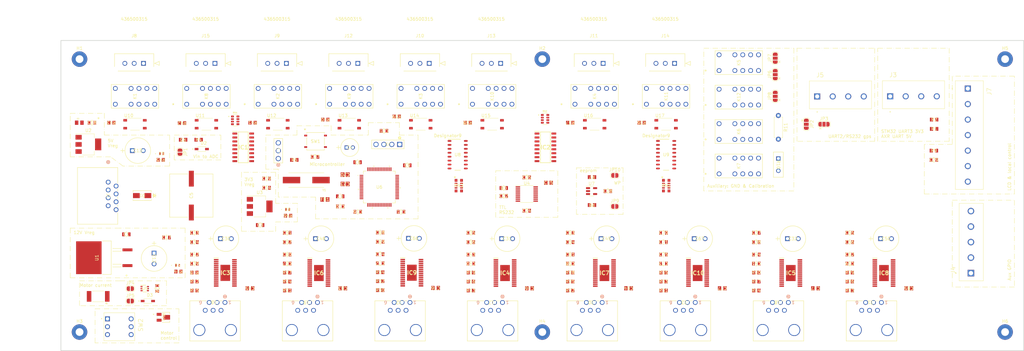
<source format=kicad_pcb>
(kicad_pcb (version 20221018) (generator pcbnew)
  (title_block (title "XBT Autolauncher 3.0") (rev "1") (company "NOAA/AOML") (comment 1 "Christian Saiz"))
  (layers (0 "F.Cu" mixed) (31 "B.Cu" mixed) (34 "B.Paste" user) (35 "F.Paste" user) (36 "B.SilkS" user "B.Silkscreen") (37 "F.SilkS" user "F.Silkscreen") (38 "B.Mask" user) (39 "F.Mask" user) (44 "Edge.Cuts" user))
  (net 0 "")
  (net 1 "/+19.5V")
  (net 2 "GND")
  (net 3 "+12V")
  (net 4 "+5V")
  (net 5 "+3.3V")
  (net 6 "Net-(SW1-A)")
  (net 7 "Net-(U4-C1+)")
  (net 8 "Net-(U4-C1-)")
  (net 9 "Net-(U6-PD0)")
  (net 10 "Net-(U4-C2+)")
  (net 11 "Net-(U4-C2-)")
  (net 12 "Net-(U6-PD1)")
  (net 13 "Net-(U4-VS-)")
  (net 14 "Net-(U4-VS+)")
  (net 15 "Vmotor_out")
  (net 16 "Net-(IC3-VCP)")
  (net 17 "Net-(IC3-CP2)")
  (net 18 "Net-(IC3-CP1)")
  (net 19 "Net-(J7-Pin_1)")
  (net 20 "Net-(IC4-VCP)")
  (net 21 "Net-(IC4-CP2)")
  (net 22 "Net-(IC4-CP1)")
  (net 23 "Net-(IC5-VCP)")
  (net 24 "Net-(IC5-CP2)")
  (net 25 "Net-(IC5-CP1)")
  (net 26 "Net-(IC6-VCP)")
  (net 27 "Net-(IC6-CP2)")
  (net 28 "Net-(IC6-CP1)")
  (net 29 "Net-(IC7-VCP)")
  (net 30 "Net-(IC7-CP2)")
  (net 31 "Net-(IC7-CP1)")
  (net 32 "Net-(IC8-VCP)")
  (net 33 "Net-(IC8-CP2)")
  (net 34 "Net-(IC8-CP1)")
  (net 35 "Net-(IC9-VCP)")
  (net 36 "Net-(IC9-CP2)")
  (net 37 "Net-(IC9-CP1)")
  (net 38 "Net-(IC10-VCP)")
  (net 39 "Net-(IC10-CP2)")
  (net 40 "Net-(IC10-CP1)")
  (net 41 "Net-(U6-PC0)")
  (net 42 "/+19.5V_raw")
  (net 43 "Net-(U6-PC1)")
  (net 44 "Net-(IC1-Q4)")
  (net 45 "Net-(IC1-Q1)")
  (net 46 "/RelayControl/Reset1")
  (net 47 "SSR_xbt1")
  (net 48 "SSR_xbt4")
  (net 49 "Net-(IC1-Q2)")
  (net 50 "Net-(IC1-Q3)")
  (net 51 "SSR_xbt3")
  (net 53 "SSR_xbt2")
  (net 54 "Net-(IC2-Q4)")
  (net 55 "Net-(IC2-Q1)")
  (net 56 "/RelayControl/Reset2")
  (net 57 "SSR_xbt5")
  (net 58 "SSR_xbt8")
  (net 59 "Net-(IC2-Q2)")
  (net 60 "Net-(IC2-Q3)")
  (net 61 "SSR_xbt7")
  (net 63 "SSR_xbt6")
  (net 64 "Net-(IC3-AOUT1)")
  (net 65 "Net-(IC3-ISENA)")
  (net 66 "Net-(IC3-AOUT2)")
  (net 67 "Net-(IC3-BOUT2)")
  (net 68 "Net-(IC3-ISENB)")
  (net 69 "Net-(IC3-BOUT1)")
  (net 70 "/MotorControl/Vref")
  (net 73 "DIR")
  (net 74 "Enable_M1")
  (net 75 "STEP")
  (net 77 "/MotorControl/Mode_0")
  (net 78 "/MotorControl/Mode_1")
  (net 79 "/MotorControl/Mode_2")
  (net 81 "Net-(IC4-AOUT1)")
  (net 82 "Net-(IC4-ISENA)")
  (net 83 "Net-(IC4-AOUT2)")
  (net 84 "Net-(IC4-BOUT2)")
  (net 85 "Net-(IC4-ISENB)")
  (net 86 "Net-(IC4-BOUT1)")
  (net 89 "Enable_M2")
  (net 92 "Net-(IC5-AOUT1)")
  (net 93 "Net-(IC5-ISENA)")
  (net 94 "Net-(IC5-AOUT2)")
  (net 95 "Net-(IC5-BOUT2)")
  (net 96 "Net-(IC5-ISENB)")
  (net 97 "Net-(IC5-BOUT1)")
  (net 100 "Enable_M3")
  (net 103 "Net-(IC6-AOUT1)")
  (net 104 "Net-(IC6-ISENA)")
  (net 105 "Net-(IC6-AOUT2)")
  (net 106 "Net-(IC6-BOUT2)")
  (net 107 "Net-(IC6-ISENB)")
  (net 108 "Net-(IC6-BOUT1)")
  (net 111 "Enable_M4")
  (net 114 "Net-(IC7-AOUT1)")
  (net 115 "Net-(IC7-ISENA)")
  (net 116 "Net-(IC7-AOUT2)")
  (net 117 "Net-(IC7-BOUT2)")
  (net 118 "Net-(IC7-ISENB)")
  (net 119 "Net-(IC7-BOUT1)")
  (net 122 "Enable_M5")
  (net 125 "Net-(IC8-AOUT1)")
  (net 126 "Net-(IC8-ISENA)")
  (net 127 "Net-(IC8-AOUT2)")
  (net 128 "Net-(IC8-BOUT2)")
  (net 129 "Net-(IC8-ISENB)")
  (net 130 "Net-(IC8-BOUT1)")
  (net 133 "Enable_M6")
  (net 136 "Net-(IC9-AOUT1)")
  (net 137 "Net-(IC9-ISENA)")
  (net 138 "Net-(IC9-AOUT2)")
  (net 139 "Net-(IC9-BOUT2)")
  (net 140 "Net-(IC9-ISENB)")
  (net 141 "Net-(IC9-BOUT1)")
  (net 144 "Enable_M7")
  (net 147 "Net-(IC10-AOUT1)")
  (net 148 "Net-(IC10-ISENA)")
  (net 149 "Net-(IC10-AOUT2)")
  (net 150 "Net-(IC10-BOUT2)")
  (net 151 "Net-(IC10-ISENB)")
  (net 152 "Net-(IC10-BOUT1)")
  (net 155 "Enable_M8")
  (net 158 "xbt_B")
  (net 159 "/Dout_toComputer")
  (net 160 "xbt_C")
  (net 161 "/Din_fromComputer")
  (net 162 "xbt_A")
  (net 163 "/SWDIO")
  (net 164 "/SWCLK")
  (net 165 "Net-(J3-Pin_3)")
  (net 166 "/UART3_TX")
  (net 167 "Net-(J4-Pin_3)")
  (net 168 "/RelayControl/XBT1_A")
  (net 169 "/RelayControl/XBT1_B")
  (net 170 "/RelayControl/XBT1_C")
  (net 171 "/RelayControl/XBT2_A")
  (net 172 "/RelayControl/XBT2_B")
  (net 173 "/RelayControl/XBT2_C")
  (net 174 "/RelayControl/XBT3_A")
  (net 175 "/RelayControl/XBT3_B")
  (net 176 "/RelayControl/XBT3_C")
  (net 177 "/RelayControl/XBT4_A")
  (net 178 "/RelayControl/XBT4_B")
  (net 179 "/RelayControl/XBT4_C")
  (net 180 "/RelayControl/XBT5_A")
  (net 181 "/RelayControl/XBT5_B")
  (net 182 "/RelayControl/XBT5_C")
  (net 183 "/RelayControl/XBT6_A")
  (net 184 "/RelayControl/XBT6_B")
  (net 185 "/RelayControl/XBT6_C")
  (net 186 "/RelayControl/XBT7_A")
  (net 187 "/RelayControl/XBT7_B")
  (net 188 "/RelayControl/XBT7_C")
  (net 189 "/RelayControl/XBT8_A")
  (net 190 "/RelayControl/XBT8_B")
  (net 191 "/RelayControl/XBT8_C")
  (net 192 "/I2C1_SDA")
  (net 193 "/I2C1_SCL")
  (net 194 "Net-(J4-Pin_1)")
  (net 195 "Net-(J4-Pin_2)")
  (net 196 "Net-(J5-Pin_1)")
  (net 197 "Net-(J6-Pin_2)")
  (net 214 "/Dout_toGPS")
  (net 215 "/Din_fromGPS")
  (net 216 "Net-(JP1-A)")
  (net 217 "Net-(JP2-C)")
  (net 218 "Net-(JP6-B)")
  (net 219 "Net-(JP7-B)")
  (net 220 "Net-(JP8-A)")
  (net 221 "Net-(JP8-B)")
  (net 222 "Net-(JP4-B)")
  (net 223 "Net-(JP5-B)")
  (net 224 "Net-(JP6-A)")
  (net 225 "Net-(JP7-A)")
  (net 227 "Net-(K1--_1)")
  (net 230 "Net-(K2--_1)")
  (net 233 "Net-(K3--_1)")
  (net 236 "Net-(K4--_1)")
  (net 238 "Net-(K12--_1)")
  (net 239 "/RelayControl/Reset3")
  (net 241 "Net-(K6-NO_1)")
  (net 242 "Net-(K6--_1)")
  (net 245 "Net-(K7-NO_1)")
  (net 246 "Net-(K7--_1)")
  (net 251 "Net-(K8--_1)")
  (net 254 "Net-(K9--_1)")
  (net 257 "Net-(K10--_1)")
  (net 260 "Net-(K11--_1)")
  (net 265 "Net-(U6-BOOT0)")
  (net 266 "/UART3_RX")
  (net 267 "relay_xbt8")
  (net 268 "relay_xbt7")
  (net 269 "relay_xbt6")
  (net 270 "relay_xbt5")
  (net 271 "relay_xbt4")
  (net 272 "relay_xbt3")
  (net 273 "relay_xbt2")
  (net 274 "relay_xbt1")
  (net 276 "Net-(JP9-A)")
  (net 277 "relay_reset3")
  (net 278 "relay_reset2")
  (net 279 "relay_reset1")
  (net 280 "relay_cal_res")
  (net 281 "relay_cal_cont")
  (net 282 "relay_gnd_cond")
  (net 283 "/UART2_TX")
  (net 284 "/UART2_RX")
  (net 285 "/UART1_TX")
  (net 286 "/UART1_RX")
  (net 288 "Net-(D4-K)")
  (net 289 "Net-(D5-K)")
  (net 290 "Net-(D6-K)")
  (net 291 "Net-(JP10-A)")
  (net 292 "/VDDA")
  (net 293 "Net-(R36-Pad1)")
  (net 294 "Net-(R37-Pad1)")
  (net 295 "Net-(R38-Pad1)")
  (net 296 "Net-(R39-Pad1)")
  (net 297 "Net-(R40-Pad1)")
  (net 298 "Net-(R41-Pad1)")
  (net 299 "Net-(R42-Pad1)")
  (net 300 "Net-(R43-Pad1)")
  (footprint "Molex_3x1_0436500315:CON_436500315_MOL" (layer "F.Cu") (at 79.594987 93.869999)
    (fp_text reference "J8")
    (fp_text value "Conn_01x03")
  )
  (footprint "Relay_TX-L2-5V:RELAY_TX2_L2_PAN" (layer "F.Cu") (at 264.92 118.395865 90)
    (fp_text reference "K6")
    (fp_text value "TX2-L2-5V")
  )
  (footprint "Header_screw_7x1_TB001-500-07BE:CUI_TB001-500-07BE" (layer "F.Cu") (at 345 102 -90)
    (fp_text reference "J7")
    (fp_text value "Screw_Terminal_01x07")
  )
  (footprint "Capacitor_01uF-0805:CAP_CL21_SAM" (layer "F.Cu") (at 87 150)
    (fp_text reference "C17")
    (fp_text value "0.1u")
  )
  (footprint "Resistor_0805:RC0805N_YAG" (layer "F.Cu") (at 240 113 180)
    (fp_text reference "R36")
    (fp_text value "330")
  )
  (footprint "Capacitor_01uF-0805:CAP_CL21_SAM" (layer "F.Cu") (at 155.793534 151.4)
    (fp_text reference "C69")
    (fp_text value "0.1u")
  )
  (footprint "Capacitor_001uF-0805:CAP_CL21_SAM" (layer "F.Cu") (at 307 155.5)
    (fp_text reference "C62")
    (fp_text value "0.01u")
  )
  (footprint "Package_SO:MFSOP6-4_4.4x3.6mm_P1.27mm" (layer "F.Cu") (at 191.855337 113.5)
    (fp_text reference "U15")
    (fp_text value "TLP170AM")
  )
  (footprint "MountingHole:MountingHole_2.5mm_Pad" (layer "F.Cu") (at 59 180.5)
    (fp_text reference "H3")
    (fp_text value "MountingHole")
  )
  (footprint "Capacitor_01uF-0805:CAP_CL21_SAM" (layer "F.Cu") (at 125.8509 148.5)
    (fp_text reference "C51")
    (fp_text value "0.1u")
  )
  (footprint "Current_sense_amp_INA213AIDCKR:DCK0006A_L" (layer "F.Cu") (at 80 166.5)
    (fp_text reference "U5")
    (fp_text value "INA213AIDCKR")
  )
  (footprint "Relay_TX-L2-5V:RELAY_TX2_L2_PAN" (layer "F.Cu") (at 218.518037 107.04 90)
    (fp_text reference "K4")
    (fp_text value "TX2-L2-5V")
  )
  (footprint "Jumper:SolderJumper-3_P1.3mm_Open_RoundedPad1.0x1.5mm" (layer "F.Cu") (at 283 97.5 90)
    (fp_text reference "JP6")
    (fp_text value "SolderJumper_3_Open")
  )
  (footprint "Capacitor_01uF-0805:CAP_CL21_SAM" (layer "F.Cu") (at 148.597199 141.749999 180)
    (fp_text reference "C16")
    (fp_text value "0.1u")
  )
  (footprint "Capacitor_20pF-lowESR:CAPC220145_88N_KEM" (layer "F.Cu") (at 144.524999 132.749999 180)
    (fp_text reference "C23")
    (fp_text value "20p")
  )
  (footprint "Relay_TX-L2-5V:RELAY_TX2_L2_PAN" (layer "F.Cu") (at 70.518037 107.04 90)
    (fp_text reference "K1")
    (fp_text value "TX2-L2-5V")
  )
  (footprint "Resistor_0805:RC0805N_YAG" (layer "F.Cu") (at 125.8509 161.3231)
    (fp_text reference "R27")
    (fp_text value "1M")
  )
  (footprint "Resistor_0805:RC0805N_YAG" (layer "F.Cu") (at 247.0102 161.3231)
    (fp_text reference "R35")
    (fp_text value "1M")
  )
  (footprint "Package_TO_SOT_SMD:SOT-23-5" (layer "F.Cu") (at 223.8625 135.05)
    (fp_text reference "U7")
    (fp_text value "AT24C01D-STUM-T")
  )
  (footprint "Resistor_0805:RC0805N_YAG" (layer "F.Cu") (at 334.1491 115)
    (fp_text reference "R1")
    (fp_text value "6.8k")
  )
  (footprint "Capacitor_047uF:CAP_CL_21_SAM" (layer "F.Cu") (at 295.968334 166.4 180)
    (fp_text reference "C47")
    (fp_text value "0.47")
  )
  (footprint "Capacitor_100uF:PCAP_8x112_PAN" (layer "F.Cu") (at 194.91415 150.4)
    (fp_text reference "C31")
    (fp_text value "100u")
  )
  (footprint "Molex_3x1_0436500315:CON_436500315_MOL" (layer "F.Cu") (at 148.594987 93.869999)
    (fp_text reference "J12")
    (fp_text value "Conn_01x03")
  )
  (footprint "Package_TO_SOT_SMD:SOT-223-3_TabPin2" (layer "F.Cu") (at 61.85 120)
    (fp_text reference "U2")
    (fp_text value "LM7805MPX")
  )
  (footprint "Capacitor_001uF-0805:CAP_CL21_SAM" (layer "F.Cu") (at 96.0046 155.5)
    (fp_text reference "C42")
    (fp_text value "0.01u")
  )
  (footprint "Molex_3x1_0436500315:CON_436500315_MOL" (layer "F.Cu") (at 227.594987 93.869999)
    (fp_text reference "J11")
    (fp_text value "Conn_01x03")
  )
  (footprint "Capacitor_100uF:PCAP_8x112_PAN" (layer "F.Cu") (at 83 155.0348 -90)
    (fp_text reference "C12")
    (fp_text value "100u")
  )
  (footprint "Connector_8x1_216550:CONN_216550-1_TEC" (layer "F.Cu") (at 68.229001 132.1599 -90)
    (fp_text reference "J2")
    (fp_text value "216550-1")
  )
  (footprint "Resistor_0805:RC0805N_YAG" (layer "F.Cu") (at 125.8509 167.1)
    (fp_text reference "R21")
    (fp_text value "1")
  )
  (footprint "Resistor_0805:RC0805N_YAG" (layer "F.Cu") (at 155.793534 167)
    (fp_text reference "R30")
    (fp_text value "1")
  )
  (footprint "Capacitor_01uF-0805:CAP_CL21_SAM" (layer "F.Cu") (at 203 130.6375)
    (fp_text reference "C25")
    (fp_text value "0.1u")
  )
  (footprint "Capacitor_100uF:PCAP_8x112_PAN" (layer "F.Cu") (at 286.91415 150.4)
    (fp_text reference "C32")
    (fp_text value "100u")
  )
  (footprint "Resistor_0805:RC0805N_YAG" (layer "F.Cu") (at 276.896134 161.3231)
    (fp_text reference "R20")
    (fp_text value "1M")
  )
  (footprint "Relay_TX-L2-5V:RELAY_TX2_L2_PAN" (layer "F.Cu") (at 162.518037 107.04 90)
    (fp_text reference "K3")
    (fp_text value "TX2-L2-5V")
  )
  (footprint "Resistor_0805:RC0805N_YAG" (layer "F.Cu") (at 307 161.3231)
    (fp_text reference "R29")
    (fp_text value "1M")
  )
  (footprint "Capacitor_047uF:CAP_CL_21_SAM" (layer "F.Cu") (at 173.659634 166.3 180)
    (fp_text reference "C76")
    (fp_text value "0.47")
  )
  (footprint "Resistor_0805:RC0805N_YAG" (layer "F.Cu") (at 96.0079 164.21155)
    (fp_text reference "R12")
    (fp_text value "1")
  )
  (footprint "Capacitor_01uF-0805:CAP_CL21_SAM" (layer "F.Cu") (at 229.118163 135.05)
    (fp_text reference "C28")
    (fp_text value "0.1u")
  )
  (footprint "Capacitor_01uF-0805:CAP_CL21_SAM" (layer "F.Cu") (at 148.524999 125.749999)
    (fp_text reference "C6")
    (fp_text value "0.1u")
  )
  (footprint "Capacitor_022uF:CAPC2012X135N" (layer "F.Cu") (at 58.9278 113)
    (fp_text reference "C2")
    (fp_text value "0.22u")
  )
  (footprint "Capacitor_01uF-0805:CAP_CL21_SAM" (layer "F.Cu") (at 216.9772 158.41925 180)
    (fp_text reference "C58")
    (fp_text value "0.1u")
  )
  (footprint "Connector_TE_x6_216548-1:CONN_216548-1_TYC" (layer "F.Cu") (at 195.175 170.96 180)
    (fp_text reference "J17")
    (fp_text value "216548-1")
  )
  (footprint "Header_male_4x1:CONN_61300411121_WRE" (layer "F.Cu") (at 162.08 120 180)
    (fp_text reference "J1")
    (fp_text value "Conn_01x04")
  )
  (footprint "Capacitor_01uF-0805:CAP_CL21_SAM" (layer "F.Cu") (at 276.896134 158.41925 180)
    (fp_text reference "C41")
    (fp_text value "0.1u")
  )
  (footprint "Resistor_0805:RC0805N_YAG" (layer "F.Cu") (at 138.1491 112 180)
    (fp_text reference "R40")
    (fp_text value "330")
  )
  (footprint "Connector_TE_x6_216548-1:CONN_216548-1_TYC" (layer "F.Cu") (at 105.825 170.96 180)
    (fp_text reference "J16")
    (fp_text value "216548-1")
  )
  (footprint "Resistor_0805:RC0805N_YAG" (layer "F.Cu") (at 216.9772 167.1)
    (fp_text reference "R22")
    (fp_text value "1")
  )
  (footprint "Relay_driver_ULN2003ADR:D0016A_L" (layer "F.Cu") (at 247.855339 123.325)
    (fp_text reference "U9")
    (fp_text value "ULN2003ADR")
  )
  (footprint "Resistor_0805:RC0805N_YAG" (layer "F.Cu") (at 185 167.1)
    (fp_text reference "R13")
    (fp_text value "1")
  )
  (footprint "Capacitor_047uF:CAP_CL_21_SAM" (layer "F.Cu") (at 210 132.3625)
    (fp_text reference "C15")
    (fp_text value "0.47u")
  )
  (footprint "Latch_CD4043BDR:SOIC127P600X175-16N" (layer "F.Cu") (at 111.712 120.945)
    (fp_text reference "IC1")
    (fp_text value "CD4043BDR" hide)
  )
  (footprint "Capacitor_047uF:CAP_CL_21_SAM" (layer "F.Cu") (at 326 166.4 180)
    (fp_text reference "C65")
    (fp_text value "0.47")
  )
  (footprint "Capacitor_01uF-0805:CAP_CL21_SAM" (layer "F.Cu") (at 134.8262 124)
    (fp_text reference "C27")
    (fp_text value "0.1u")
  )
  (footprint "Resistor_0805:RC0805N_YAG" (layer "F.Cu") (at 334.1491 112)
    (fp_text reference "R2")
    (fp_text value "3.3k")
  )
  (footprint "Capacitor_01uF-0805:CAP_CL21_SAM" (layer "F.Cu") (at 307 151.5)
    (fp_text reference "C56")
    (fp_text value "0.1u")
  )
  (footprint "Capacitor_01uF-0805:CAP_CL21_SAM" (layer "F.Cu") (at 155.793534 148.4)
    (fp_text reference "C68")
    (fp_text value "0.1u")
  )
  (footprint "Capacitor_01uF-0805:CAP_CL21_SAM" (layer "F.Cu") (at 247.0102 148.5)
    (fp_text reference "C70")
    (fp_text value "0.1u")
  )
  (footprint "Header_screw_4x1_TB001-500-04BE:CUI_TB001-500-04BE" (layer "F.Cu") (at 296.5 104.5375)
    (fp_text reference "J5")
    (fp_text value "Screw_Terminal_01x04")
  )
  (footprint "MountingHole:MountingHole_2.5mm_Pad" (layer "F.Cu") (at 59 92.5)
    (fp_text reference "H1")
    (fp_text value "MountingHole")
  )
  (footprint "MountingHole:MountingHole_2.5mm_Pad" (layer "F.Cu") (at 357 180.5)
    (fp_text reference "H6")
    (fp_text value "MountingHole")
  )
  (footprint "Resistor_0805:RC0805N_YAG" (layer "F.Cu") (at 96.0079 167.1)
    (fp_text reference "R15")
    (fp_text value "1")
  )
  (footprint "Resistor_0805:RC0805N_YAG" (layer "F.Cu") (at 307 167.1)
    (fp_text reference "R23")
    (fp_text value "1")
  )
  (footprint "Relay_TX-L2-5V:RELAY_TX2_L2_PAN" (layer "F.Cu") (at 264.92 96.187599 90)
    (fp_text reference "K5")
    (fp_text value "TX2-L2-5V")
  )
  (footprint "Package_SO:MFSOP6-4_4.4x3.6mm_P1.27mm" (layer "F.Cu") (at 76.855337 113.5)
    (fp_text reference "U10")
    (fp_text value "TLP170AM")
  )
  (footprint "Shunt_PE2512FKE070R1L:RESC6331X89N" (layer "F.Cu") (at 65 169 180)
    (fp_text reference "R5")
    (fp_text value "0.1")
  )
  (footprint "Jumper:SolderJumper-3_P1.3mm_Open_RoundedPad1.0x1.5mm" (layer "F.Cu") (at 283 104.5 90)
    (fp_text reference "JP8")
    (fp_text value "SolderJumper_3_Open")
  )
  (footprint "Zener_3V3_BZT52C3V3-7-F:SOD3715X135N" (layer "F.Cu") (at 81 170.5)
    (fp_text reference "D3")
    (fp_text value "3.3V")
  )
  (footprint "Capacitor_001uF-0805:CAP_CL21_SAM" (layer "F.Cu") (at 276.896134 155.5)
    (fp_text reference "C44")
    (fp_text value "0.01u")
  )
  (footprint "STM32F103RBT6TR:LQFP64-10x10mm" (layer "F.Cu") (at 155.524999 133.749999)
    (fp_text reference "U6")
    (fp_text value "STM32F103RBTx")
  )
  (footprint "Capacitor_001uF-0805:CAP_CL21_SAM" (layer "F.Cu") (at 185 155.5)
    (fp_text reference "C43")
    (fp_text value "0.01u")
  )
  (footprint "Crystal_8MHZ_smt:XTAL_ABLS-8.000MHz-20-B-3-H-T" (layer "F.Cu") (at 132 131.5 180)
    (fp_text reference "Y1")
    (fp_text value "8MHz")
  )
  (footprint "Capacitor_01uF-0805:CAP_CL21_SAM" (layer "F.Cu") (at 216.9772 148.5)
    (fp_text reference "C53")
    (fp_text value "0.1u")
  )
  (footprint "MountingHole:MountingHole_2.5mm_Pad" (layer "F.Cu") (at 357 92.5)
    (fp_text reference "H5")
    (fp_text value "MountingHole")
  )
  (footprint "Package_SO:MFSOP6-4_4.4x3.6mm_P1.27mm" (layer "F.Cu") (at 145.855337 113.5)
    (fp_text reference "U13")
    (fp_text value "TLP170AM")
  )
  (footprint "MountingHole:MountingHole_2.5mm_Pad" (layer "F.Cu") (at 208 92.5)
    (fp_text reference "H2")
    (fp_text value "MountingHole")
  )
  (footprint "Capacitor_01uF-0805:CAP_CL21_SAM" (layer "F.Cu") (at 142.9278 136.749999 180)
    (fp_text reference "C7")
    (fp_text value "0.1u")
  )
  (footprint "Package_SO:MFSOP6-4_4.4x3.6mm_P1.27mm" (layer "F.Cu") (at 247.855337 113.5)
    (fp_text reference "U17")
    (fp_text value "TLP170AM")
  )
  (footprint "Molex_3x1_0436500315:CON_436500315_MOL" (layer "F.Cu") (at 194.594987 93.869999)
    (fp_text reference "J13")
    (fp_text value "Conn_01x03")
  )
  (footprint "Capacitor_01uF-0805:CAP_CL21_SAM" (layer "F.Cu") (at 125.8509 158.41925 180)
    (fp_text reference "C57")
    (fp_text value "0.1u")
  )
  (footprint "Capacitor_01uF-0805:CAP_CL21_SAM" (layer "F.Cu") (at 203 141.3625)
    (fp_text reference "C24")
    (fp_text value "0.1u")
  )
  (footprint "Relay_TX-L2-5V:RELAY_TX2_L2_PAN" (layer "F.Cu") (at 241.518037 107.04 90)
    (fp_text reference "K11")
    (fp_text value "TX2-L2-5V")
  )
  (footprint "Capacitor_01uF-0805:CAP_CL21_SAM" (layer "F.Cu") (at 195.5867 136.6375)
    (fp_text reference "C22")
    (fp_text value "0.1u")
  )
  (footprint "Capacitor_01uF-0805:CAP_CL21_SAM" (layer "F.Cu") (at 125.8509 151.5)
    (fp_text reference "C52")
    (fp_text value "0.1u")
  )
  (footprint "Package_SO:MFSOP6-4_4.4x3.6mm_P1.27mm" (layer "F.Cu") (at 168.855337 113.5)
    (fp_text reference "U14")
    (fp_text value "TLP170AM")
  )
  (footprint "Capacitor_001uF-0805:CAP_CL21_SAM" (layer "F.Cu") (at 247.0102 155.5)
    (fp_text reference "C75")
    (fp_text value "0.01u")
  )
  (footprint "Relay_TX-L2-5V:RELAY_TX2_L2_PAN" (layer "F.Cu") (at 93.518037 107.04 90)
    (fp_text reference "K8")
    (fp_text value "TX2-L2-5V")
  )
  (footprint "Header_screw_5x1_TB003-500-P05BE:CUI_TB003-500-P05BE" (layer "F.Cu") (at 346 161.5 90)
    (fp_text reference "J4")
    (fp_text value "Screw_Terminal_01x05")
  )
  (footprint "Relay_driver_ULN2003ADR:D0016A_L" (layer "F.Cu") (at 180.744339 123.325)
    (fp_text reference "U8")
    (fp_text value "ULN2003ADR")
  )
  (footprint "Capacitor_047uF:CAP_CL_21_SAM" (layer "F.Cu") (at 113.876 166.4 180)
    (fp_text reference "C45")
    (fp_text value "0.47")
  )
  (footprint "LED_green_0603:LED_B1911PG--20D000514U1930_HVK" (layer "F.Cu") (at 90.5715 159)
    (fp_text reference "D4")
    (fp_text value "green")
  )
  (footprint "Resistor_0805:RC0805N_YAG" (layer "F.Cu") (at 216.9772 164.21155)
    (fp_text reference "R25")
    (fp_text value "1")
  )
  (footprint "Resistor_0805:RC0805N_YAG" (layer "F.Cu") (at 185 161.3231)
    (fp_text reference "R19")
    (fp_text value "1M")
  )
  (footprint "Capacitor_01uF-0805:CAP_CL21_SAM" (layer "F.Cu") (at 276.896134 148.5)
    (fp_text reference "C37")
    (fp_text value "0.1u")
  )
  (footprint "Relay_TX-L2-5V:RELAY_TX2_L2_PAN" (layer "F.Cu") (at 264.92 107.291732 90)
    (fp_text reference "K12")
    (fp_text value "TX2-L2-5V")
  )
  (footprint "Capacitor_100uF:PCAP_8x112_PAN" (layer "F.Cu") (at 164.91415 150.3)
    (fp_text reference "C66")
    (fp_text value "100u")
  )
  (footprint "Resistor_0805:RC0805N_YAG" (layer "F.Cu") (at 114.7333 113 180)
    (fp_text reference "R41")
    (fp_text value "330")
  )
  (footprint "Jumper:SolderJumper-3_P1.3mm_Open_RoundedPad1.0x1.5mm" (layer "F.Cu") (at 298.7 113.5)
    (fp_text reference "JP3")
    (fp_text value "SolderJumper_3_Open")
  )
  (footprint "Capacitor_20pF-lowESR:CAPC220145_88N_KEM" (layer "F.Cu") (at 144.524999 129.749999 180)
    (fp_text reference "C20")
    (fp_text value "20p")
  )
  (footprint "Relay_TX-L2-5V:RELAY_TX2_L2_PAN" (layer "F.Cu") (at 139.518037 107.04 90)
    (fp_text reference "K9")
    (fp_text value "TX2-L2-5V")
  )
  (footprint "MountingHole:MountingHole_2.5mm_Pad" (layer "F.Cu") (at 208 180.5)
    (fp_text reference "H4")
    (fp_text value "MountingHole")
  )
  (footprint "Resistor_0805:RC0805N_YAG" (layer "F.Cu") (at 90.8509 161 180)
    (fp_text reference "R44")
    (fp_text value "2k")
  )
  (footprint "Capacitor_01uF-0805:CAP_CL21_SAM" (layer "F.Cu") (at 307 148.5)
    (fp_text reference "C55")
    (fp_text value "0.1u")
  )
  (footprint "Resistor_0805:RC0805N_YAG" (layer "F.Cu") (at 185 164.21155)
    (fp_text reference "R16")
    (fp_text value "1")
  )
  (footprint "Motor_controller_DRV8825PWPR:SOP65P640X120-29N" (layer "F.Cu") (at 258 161.475)
    (fp_text reference "IC10")
    (fp_text value "DRV8825PWPR" hide)
  )
  (footprint "Resistor_THT:R_Axial_DIN0207_L6.3mm_D2.5mm_P7.62mm_Horizontal" (layer "F.Cu") (at 284 110.69 -90)
    (fp_text reference "R11")
    (fp_text value "15k")
  )
  (footprint "Capacitor_047uF:CAP_CL_21_SAM" (layer "F.Cu") (at 203.8763 166.4 180)
    (fp_text reference "C46")
    (fp_text value "0.47")
  )
  (footprint "Connector_TE_x6_216548-1:CONN_216548-1_TYC" (layer "F.Cu") (at 165.391666 170.96 180)
    (fp_text reference "J22")
    (fp_text value "216548-1")
  )
  (footprint "Capacitor_01uF-0805:CAP_CL21_SAM" (layer "F.Cu") (at 96.0046 158.41925)
    (fp_text reference "C39")
    (fp_text value "0.1u")
  )
  (footprint "Capacitor_1uF-ceramic:CAP_CL21_SAM" (layer "F.Cu") (at 142.9278 140 180)
    (fp_text reference "C10")
    (fp_text value "1u")
  )
  (footprint "Capacitor_01uF-0805:CAP_CL21_SAM" (layer "F.Cu") (at 195.5867 134.0633 180)
    (fp_text reference "C8")
    (fp_text value "0.1u")
  )
  (footprint "Resistor_network-10k:SMT_JR-0710KL_YAG" (layer "F.Cu") (at 247.889 133.2982)
    (fp_text reference "RN1")
    (fp_text value "10k")
  )
  (footprint "Capacitor_01uF-0805:CAP_CL21_SAM" (layer "F.Cu") (at 247.0102 151.5)
    (fp_text reference "C71")
    (fp_text value "0.1u")
  )
  (footprint "Capacitor_033uF:CAP_CL21_SAM" (layer "F.Cu") (at 74.0722 149)
    (fp_text reference "C1")
    (fp_text value "0.33u")
  )
  (footprint "Capacitor_01uF-0805:CAP_CL21_SAM" (layer "F.Cu") (at 155.793534 158.31925 180)
    (fp_text reference "C72")
    (fp_text value "0.1u")
  )
  (footprint "Connector_TE_x6_216548-1:CONN_216548-1_TYC" (layer "F.Cu") (at 135.608333 170.96 180)
    (fp_text reference "J19")
    (fp_text value "216548-1")
  )
  (footprint "Capacitor_1000uF_can-smt:CAP_EEV_H13_PAN" (layer "F.Cu") (at 95 136.5 90)
    (fp_text reference "C5")
    (fp_text value "1000u")
  )
  (footprint "Capacitor_100uF:PCAP_8x112_PAN" (layer "F.Cu") (at 76 122)
    (fp_text reference "C13")
    (fp_text value "100u")
  )
  (footprint "Capacitor_01uF-0805:CAP_CL21_SAM" (layer "F.Cu") (at 96.0046 148.5)
    (fp_text reference "C33")
    (fp_text value "0.1u")
  )
  (footprint "Motor_controller_DRV8825PWPR:SOP65P640X120-29N" (layer "F.Cu") (at 105.938 161.425)
    (fp_text reference "IC3")
    (fp_text value "DRV8825PWPR" hide)
  )
  (footprint "Shottky_B340AE_13:CR_SMA_320-340AE_DIO" (layer "F.Cu") (at 79.15705 136.5 180)
    (fp_text reference "D1")
    (fp_text value "B340AE-13")
  )
  (footprint "Relay_TX-L2-5V:RELAY_TX2_L2_PAN" (layer "F.Cu") (at 264.92 129.5 90)
    (fp_text reference "K7")
    (fp_text value "TX2-L2-5V")
  )
  (footprint "Resistor_0805:RC0805N_YAG" (layer "F.Cu") (at 161.1491 111 180)
    (fp_text reference "R39")
    (fp_text value "330")
  )
  (footprint "Capacitor_047uF:CAP_CL_21_SAM" (layer "F.Cu") (at 265.936667 166.4 180)
    (fp_text reference "C77")
    (fp_text value "0.47")
  )
  (footprint "Molex_3x1_0436500315:CON_436500315_MOL" (layer "F.Cu") (at 102.594987 93.869999)
    (fp_text reference "J15")
    (fp_text value "Conn_01x03")
  )
  (footprint "Connector_TE_x6_216548-1:CONN_216548-1_TYC" (layer "F.Cu") (at 227.27 170.96 180)
    (fp_text reference "J20")
    (fp_text value "216548-1")
  )
  (footprint "Capacitor_01uF-0805:CAP_CL21_SAM" (layer "F.Cu") (at 164.524999 126.749999)
    (fp_text reference "C9")
    (fp_text value "0.1u")
  )
  (footprint "Package_TO_SOT_SMD:SOT-223-3_TabPin2" (layer "F.Cu") (at 117 140)
    (fp_text reference "U3")
    (fp_text value "MCP1825ST-3302E/DB")
  )
  (footprint "Header_screw_4x1_TB001-500-04BE:CUI_TB001-500-04BE" (layer "F.Cu") (at 320 104.5)
    (fp_text reference "J3")
    (fp_text value "Screw_Terminal_01x04")
  )
  (footprint "Connector_TE_x6_216548-1:CONN_216548-1_TYC" (layer "F.Cu") (at 287.206666 170.96 180)
    (fp_text reference "J18")
    (fp_text value "216548-1")
  )
  (footprint "Resistor_0805:RC0805N_YAG" (layer "F.Cu") (at 247.0102 164.21155)
    (fp_text reference "R33")
    (fp_text value "1")
  )
  (footprint "Dip_switch_DS01C-254-L-03BE:SW_DS01C-254-L-03BE" (layer "F.Cu") (at 71.81 178.7888 -90)
    (fp_text reference "SW2")
    (fp_text value "SW_DIP_x03")
  )
  (footprint "Latch_CD4043BDR:SOIC127P600X175-16N" (layer "F.Cu") (at 209 120.945)
    (fp_text reference "IC2")
    (fp_text value "CD4043BDR" hide)
  )
  (footprint "Resistor_0805:RC0805N_YAG" (layer "F.Cu") (at 69.2667 113 180)
    (fp_text reference "R43")
    (fp_text value "330")
  )
  (footprint "Motor_controller_DRV8825PWPR:SOP65P640X120-29N" (layer "F.Cu") (at 228 161.475)
    (fp_text reference "IC7")
    (fp_text value "DRV8825PWPR" hide)
  )
  (footprint "Resistor_0805:RC0805N_YAG" (layer "F.Cu") (at 155.793534 161.2231)
    (fp_text reference "R34")
    (fp_text value "1M")
  )
  (footprint "Capacitor_100uF:PCAP_8x112_PAN" (layer "F.Cu") (at 134.97615 150.4)
    (fp_text reference "C48")
    (fp_text value "100u")
  )
  (footprint "Header_male_3x1_jumper:CONN03_6130_7P62X2P54_WRE" (layer "F.Cu") (at 123 124.58 90)
    (fp_text reference "J6")
    (fp_text value "Conn_01x03")
  )
  (footprint "Linear_regulator_L7812ABD2T_TR:DPAK_BD2T-TR_STM" (layer "F.Cu") (at 64.5781 156.54 90)
    (fp_text reference "U1")
    (fp_text value "L7812ABD2T-TR")
  )
  (footprint "Capacitor_001uF-0805:CAP_CL21_SAM" (layer "F.Cu") (at 216.9772 155.5)
    (fp_text reference "C61")
    (fp_text value "0.01u")
  )
  (footprint "Connector_TE_x6_216548-1:CONN_216548-1_TYC" (layer "F.Cu") (at 257.238333 170.96 180)
    (fp_text reference "J23")
    (fp_text value "216548-1")
  )
  (footprint "Resistor_network_x4_10k-1204:RESCAXS80P320X160X70-8N" (layer "F.Cu") (at 109.115 112.24)
    (fp_text reference "RN4")
    (fp_text value "10k")
  )
  (footprint "LED_green_0603:LED_B1911PG--20D000514U1930_HVK" (layer "F.Cu") (at 126.0009 140.984)
    (fp_text reference "D6")
    (fp_text value "green")
  )
  (footprint "Capacitor_100uF:PCAP_8x112_PAN" (layer "F.Cu") (at 104.3708 150.4)
    (fp_text reference "C30")
    (fp_text value "100u")
  )
  (footprint "Resistor_0805:RC0805N_YAG" (layer "F.Cu") (at 334.0722 122)
    (fp_text reference "R9")
    (fp_text value "10k")
  )
  (footprint "Resistor_0805:RC0805N_YAG" (layer "F.Cu") (at 217 113 180)
    (fp_text reference "R37")
    (fp_text value "330")
  )
  (footprint "Capacitor_01uF-0805:CAP_CL21_SAM" (layer "F.Cu") (at 96.0046 151.5)
    (fp_text reference "C34")
    (fp_text value "0.1u")
  )
  (footprint "Resistor_0805:RC0805N_YAG" (layer "F.Cu") (at 97.3509 118.5)
    (fp_text reference "R4")
    (fp_text value "5.1k")
  )
  (footprint "Molex_3x1_0436500315:CON_436500315_MOL" (layer "F.Cu") (at 171.594987 93.869999)
    (fp_text reference "J10")
    (fp_text value "Conn_01x03")
  )
  (footprint "Capacitor_01uF-0805:CAP_CL21_SAM" (layer "F.Cu") (at 162.524999 141.749999 180)
    (fp_text reference "C11")
    (fp_text value "0.1u")
  )
  (footprint "Resistor_0805:RC0805N_YAG" (layer "F.Cu") (at 92 113.1176 180)
    (fp_text reference "R42")
    (fp_text value "330")
  )
  (footprint "Resistor_0805:RC0805N_YAG" (layer "F.Cu") (at 276.896134 167.1)
    (fp_text reference "R14")
    (fp_text value "1")
  )
  (footprint "Resistor_0805:RC0805N_YAG" (layer "F.Cu") (at 184 113 180)
    (fp_text reference "R38")
    (fp_text value "330")
  )
  (footprint "Capacitor_01uF-0805:CAP_CL21_SAM" (layer "F.Cu") (at 185 158.41925 180)
    (fp_text reference "C40")
    (fp_text value "0.1u")
  )
  (footprint "Resistor_network_x4_10k-1204:RESCAXS80P320X160X70-8N" (layer "F.Cu") (at 208.885 111.76)
    (fp_text reference "RN2")
    (fp_text value "10k")
  )
  (footprint "Resistor_0805:RC0805N_YAG" (layer "F.Cu") (at 85.1491 125 180)
    (fp_text reference "R45")
    (fp_text value "560")
  )
  (footprint "Capacitor_01uF-0805:CAP_CL21_SAM" (layer "F.Cu") (at 119.2456 131)
    (fp_text reference "C19")
    (fp_text value "0.1u")
  )
  (footprint "Capacitor_100uF:PCAP_8x112_PAN" (layer "F.Cu") (at 226.905 150.4)
    (fp_text reference "C49")
    (fp_text value "100u")
  )
  (footprint "Precision_resistor_5k:Y1453_VIS" (layer "F.Cu") (at 284 124.563 -90)
    (fp_text reference "R10")
    (fp_text value "5k")
  )
  (footprint "Resistor_0805:RC0805N_YAG" (layer "F.Cu") (at 247.0102 167.1)
    (fp_text reference "R31")
    (fp_text value "1")
  )
  (footprint "Potentiometer_10k_smt:POT_TC33_3X3P8_BRN" (layer "F.Cu") (at 86 175.7439 -90)
    (fp_text reference "RV1")
    (fp_text value "10k")
  )
  (footprint "Motor_controller_DRV8825PWPR:SOP65P640X120-29N" (layer "F.Cu") (at 166 161.375)
    (fp_text reference "IC9")
    (fp_text value "DRV8825PWPR" hide)
  )
  (footprint "Resistor_0805:RC0805N_YAG" (layer "F.Cu") (at 96.0079 161.3231 180)
    (fp_text reference "R18")
    (fp_text value "1M")
  )
  (footprint "Resistor_0805:RC0805N_YAG" (layer "F.Cu") (at 128.1491 125)
    (fp_text reference "R6")
    (fp_text value "10k")
  )
  (footprint "Package_SO:MFSOP6-4_4.4x3.6mm_P1.27mm" (layer "F.Cu") (at 99.855337 113.5)
    (fp_text reference "U11")
    (fp_text value "TLP170AM")
  )
  (footprint "Resistor_0805:RC0805N_YAG" (layer "F.Cu") (at 155.793534 164.11155)
    (fp_text reference "R32")
    (fp_text value "1")
  )
  (footprint "Capacitor_01uF-0805:CAP_CL21_SAM" (layer "F.Cu") (at 307 158.41925 180)
    (fp_text reference "C59")
    (fp_text value "0.1u")
  )
  (footprint "Motor_controller_DRV8825PWPR:SOP65P640X120-29N" (layer "F.Cu") (at 136.062 161.475)
    (fp_text reference "IC6")
    (fp_text value "DRV8825PWPR" hide)
  )
  (footprint "Capacitor_01uF-0805:CAP_CL21_SAM" (layer "F.Cu") (at 185 151.5)
    (fp_text reference "C36")
    (fp_text value "0.1u")
  )
  (footprint "Capacitor_1uF-ceramic:CAP_CL21_SAM" (layer "F.Cu") (at 119.2456 134)
    (fp_text reference "C14")
    (fp_text value "1u")
  )
  (footprint "Capacitor_01uF-0805:CAP_CL21_SAM" (layer "F.Cu") (at 216.9772 151.5)
    (fp_text reference "C54")
    (fp_text value "0.1u")
  )
  (footprint "Button_switch_smt:SMT_FS" (layer "F.Cu") (at 135 119)
    (fp_text reference "SW1")
    (fp_text value "TS02-66-70-BK-160-LCR-D")
  )
  (footprint "Motor_controller_DRV8825PWPR:SOP65P640X120-29N" (layer "F.Cu") (at 288 161.475)
    (fp_text reference "IC5")
    (fp_text value "DRV8825PWPR" hide)
  )
  (footprint "Resistor_0805:RC0805N_YAG" (layer "F.Cu") (at 125.8509 164.21155)
    (fp_text reference "R24")
    (fp_text value "1")
  )
  (footprint "Jumper:SolderJumper-3_P1.3mm_Open_RoundedPad1.0x1.5mm" (layer "F.Cu") (at 293 113.5 -90)
    (fp_text reference "JP2")
    (fp_text value "SolderJumper_3_Open")
  )
  (footprint "Ferrite-bead-100:IND_25_0805_FRT" (layer "F.Cu") (at 138 137.749999)
    (fp_text reference "FB1")
    (fp_text value "100")
  )
  (footprint "Capacitor_01uF-0805:CAP_CL21_SAM" (layer "F.Cu") (at 63 113)
    (fp_text reference "C18")
    (fp_text value "0.1u")
  )
  (footprint "Resistor_0805:RC0805N_YAG" (layer "F.Cu") (at 276.896134 164.21155)
    (fp_text reference "R17")
    (fp_text value "1")
  )
  (footprint "Capacitor_100uF:PCAP_8x112_PAN" (layer "F.Cu") (at 256.91415 150.4)
    (fp_text reference "C67")
    (fp_text value "100u")
  )
  (footprint "Capacitor_01uF-0805:CAP_CL21_SAM" (layer "F.Cu") (at 247.0102 158.41925 180)
    (fp_text reference "C73")
    (fp_text value "0.1u")
  )
  (footprint "Relay_TX-L2-5V:RELAY_TX2_L2_PAN" (layer "F.Cu") (at 116.518037 107.04 90)
    (fp_text reference "K2")
    (fp_text value "TX2-L2-5V")
  )
  (footprint "Capacitor_047uF:CAP_CL_21_SAM" (layer "F.Cu") (at 143.752367 166.4 180)
    (fp_text reference "C63")
    (fp_text value "0.47")
  )
  (footprint "Jumper:SolderJumper-2_P1.3mm_Open_RoundedPad1.0x1.5mm" (layer "F.Cu") (at 91.3509 122.5 -90)
    (fp_text reference "JP1")
    (fp_text value "SolderJumper_2_Open")
  )
  (footprint "Capacitor_100uF:PCAP_8x112_PAN" (layer "F.Cu") (at 316.91415 150.4)
    (fp_text reference "C50")
    (fp_text value "100u")
  )
  (footprint "Capacitor_01uF-0805:CAP_CL21_SAM" (layer "F.Cu") (at 84 166.4278 -90)
    (fp_text reference "C26")
    (fp_text value "0.1u")
  )
  (footprint "Motor_controller_DRV8825PWPR:SOP65P640X120-29N" (layer "F.Cu") (at 196 161.475)
    (fp_text reference "IC4")
    (fp_text value "DRV8825PWPR" hide)
  )
  (footprint "Resistor_network-10k:SMT_JR-0710KL_YAG" (layer "F.Cu") (at 181.111 133.2982)
    (fp_text reference "RN3")
    (fp_text value "10k")
  )
  (footprint "Relay_TX-L2-5V:RELAY_TX2_L2_PAN" (layer "F.Cu") (at 185.518037 107.04 90)
    (fp_text reference "K10")
    (fp_text value "TX2-L2-5V")
  )
  (footprint "Connector_TE_x6_216548-1:CONN_216548-1_TYC" (layer "F.Cu") (at 317.175 170.96 180)
    (fp_text reference "J21")
    (fp_text value "216548-1")
  )
  (footprint "Jumper:SolderJumper-2_P1.3mm_Open_RoundedPad1.0x1.5mm" (layer "F.Cu") (at 75.35 166.5)
    (fp_text reference "JP4")
    (fp_text value "SolderJumper_2_Open")
  )
  (footprint "Resistor_0805:RC0805N_YAG" (layer "F.Cu") (at 224 139.55 180)
    (fp_text reference "R8")
    (fp_text value "4.7k")
  )
  (footprint "Jumper:SolderJumper-2_P1.3mm_Open_RoundedPad1.0x1.5mm" (layer "F.Cu") (at 231.35 140)
    (fp_text reference "JP9")
    (fp_text value "SolderJumper_2_Open")
  )
  (footprint "Capacitor_001uF-0805:CAP_CL21_SAM" (layer "F.Cu") (at 125.8509 155.5)
    (fp_text reference "C60")
    (fp_text value "0.01u")
  )
  (footprint "Zener_3V3_BZT52C3V3-7-F:SOD3715X135N" (layer "F.Cu") (at 98.3509 121.5)
    (fp_text reference "D2")
    (fp_text value "3.3V")
  )
  (footprint "Capacitor_01uF-0805:CAP_CL21_SAM" (layer "F.Cu") (at 334.0722 125)
    (fp_text reference "C29")
    (fp_text value "0.1u")
  )
  (footprint "Capacitor_001uF-0805:CAP_CL21_SAM" (layer "F.Cu") (at 155.793534 155.4)
    (fp_text reference "C74")
    (fp_text value "0.01u")
  )
  (footprint "Capacitor_047uF:CAP_CL_21_SAM" (layer "F.Cu") (at 235.7813 166.4 180)
    (fp_text reference "C64")
    (fp_text value "0.47")
  )
  (footprint "Resistor_0805:RC0805N_YAG" (layer "F.Cu") (at 216.9772 161.3231)
    (fp_text reference "R28")
    (fp_text value "1M")
  )
  (footprint "Capacitor_1uF-ceramic:CAP_CL21_SAM" (layer "F.Cu") (at 117.15 146)
    (fp_text reference "C3")
    (fp_text value "1u")
  )
  (footprint "Package_SO:MFSOP6-4_4.4x3.6mm_P1.27mm" (layer "F.Cu") (at 224.855337 113.5)
    (fp_text reference "U16")
    (fp_text value "TLP170AM")
  )
  (footprint "Resistor_0805:RC0805N_YAG" (layer "F.Cu") (at 307 164.21155)
    (fp_text reference "R26")
    (fp_text value "1")
  )
  (footprint "LED_green_0603:LED_B1911PG--20D000514U1930_HVK" (layer "F.Cu") (at 85.4285 123)
    (fp_text reference "D5")
    (fp_text value "green")
  )
  (footprint "Package_SO:MFSOP6-4_4.4x3.6mm_P1.27mm" (layer "F.Cu") (at 122.855337 113.5)
    (fp_text reference "U12")
    (fp_text value "TLP170AM")
  )
  (footprint "Resistor_0805:RC0805N_YAG" (layer "F.Cu") (at 126.15 143 180)
    (fp_text reference "R46")
    (fp_text value "220")
  )
  (footprint "Capacitor_01uF-0805:CAP_CL21_SAM" (layer "F.Cu") (at 185 148.5)
    (fp_text reference "C35")
    (fp_text value "0.1u")
  )
  (footprint "Motor_controller_DRV8825PWPR:SOP65P640X120-29N" (layer "F.Cu") (at 318 161.475)
    (fp_text reference "IC8")
    (fp_text value "DRV8825PWPR" hide)
  )
  (footprint "Jumper:SolderJumper-2_P1.3mm_Open_RoundedPad1.0x1.5mm" (layer "F.Cu") (at 75.35 170.5)
    (fp_text reference "JP5")
    (fp_text value "SolderJumper_2_Open")
  )
  (footprint "Jumper:SolderJumper-3_P1.3mm_Open_RoundedPad1.0x1.5mm" (layer "F.Cu") (at 283 92.2 90)
    (fp_text reference "JP7")
    (fp_text value "SolderJumper_3_Open")
  )
  (footprint "Capacitor_01uF-0805:CAP_CL21_SAM" (layer "F.Cu") (at 157.0294 115.6484 180)
    (fp_text reference "C21")
    (fp_text value "0.1u")
  )
  (footprint "Resistor_0805:RC0805N_YAG" (layer "F.Cu") (at 224 130.55 180)
    (fp_text reference "R7")
    (fp_text value "4.7k")
  )
  (footprint "Resistor_0805:RC0805N_YAG" (layer "F.Cu") (at 92.3509 118.5 180)
    (fp_text reference "R3")
    (fp_text value "47k")
  )
  (footprint "Molex_3x1_0436500315:CON_436500315_MOL" (layer "F.Cu") (at 125.594987 93.869999)
    (fp_text reference "J9")
    (fp_text value "Conn_01x03")
  )
  (footprint "Jumper:SolderJumper-2_P1.3mm_Open_RoundedPad1.0x1.5mm" (layer "F.Cu") (at 231.35 130)
    (fp_text reference "JP10")
    (fp_text value "SolderJumper_2_Open")
  )
  (footprint "Capacitor_01uF-0805:CAP_CL21_SAM" (layer "F.Cu") (at 276.896134 151.5)
    (fp_text reference "C38")
    (fp_text value "0.1u")
  )
  (footprint "Package_SO:TSSOP-16_4.4x5mm_P0.65mm" (layer "F.Cu") (at 203 136)
    (fp_text reference "U4")
    (fp_text value "MAX3232")
  )
  (footprint "Capacitor_10uF:CAP_WCAP-ATG5_05.0X11.0_WRE" (layer "F.Cu") (at 145 121)
    (fp_text reference "C4")
    (fp_text value "10u")
  )
  (footprint "Molex_3x1_0436500315:CON_436500315_MOL" (layer "F.Cu") (at 250.594987 93.869999)
    (fp_text reference "J14")
    (fp_text value "Conn_01x03")
  )
  (gr_rect (start 316 89) (end 339 119) (stroke (width 0.15) (type dash_dot)) (fill none) (layer "F.SilkS"))
  (gr_poly (pts (xy 56 163) (xy 93 163) (xy 93 147) (xy 84 147) (xy 72 147) (xy 56 147) (xy 56 163)) (stroke (width 0.15) (type dash_dot)) (fill none) (layer "F.SilkS"))
  (gr_poly (pts (xy 360 136) (xy 360 98) (xy 340 98) (xy 340 120) (xy 331 120) (xy 331 136)) (stroke (width 0.15) (type dash_dot)) (fill none) (layer "F.SilkS"))
  (gr_rect (start 260 89) (end 289 135) (stroke (width 0.15) (type dash_dot)) (fill none) (layer "F.SilkS"))
  (gr_rect (start 64 173) (end 91 184) (stroke (width 0.15) (type dash_dot)) (fill none) (layer "F.SilkS"))
  (gr_rect (start 219 127.55) (end 234 142.55) (stroke (width 0.15) (type dash_dot)) (fill none) (layer "F.SilkS"))
  (gr_poly (pts (xy 122.15 129) (xy 111.15 129) (xy 111.15 148) (xy 122.15 148) (xy 122.15 145) (xy 129.15 145) (xy 129.15 139) (xy 122.15 139)) (stroke (width 0.15) (type dash_dot)) (fill none) (layer "F.SilkS"))
  (gr_rect (start 89.5 117) (end 104.5 125) (stroke (width 0.15) (type dash_dot)) (fill none) (layer "F.SilkS"))
  (gr_poly (pts (xy 56 110) (xy 67 110) (xy 67 117) (xy 88 117) (xy 88 127) (xy 73 127) (xy 69 124) (xy 56 124)) (stroke (width 0.15) (type dash_dot)) (fill none) (layer "F.SilkS"))
  (gr_rect (start 340 138) (end 360 166) (stroke (width 0.15) (type dash_dot)) (fill none) (layer "F.SilkS"))
  (gr_poly (pts (xy 59 164) (xy 72 164) (xy 87 164) (xy 87 172) (xy 59 172)) (stroke (width 0.15) (type dash_dot)) (fill none) (layer "F.SilkS"))
  (gr_rect (start 193 128.5) (end 213 143.5) (stroke (width 0.15) (type dash_dot)) (fill none) (layer "F.SilkS"))
  (gr_poly (pts (xy 152 113) (xy 162 113) (xy 162 117) (xy 168 117) (xy 168 144) (xy 135 144) (xy 135 137) (xy 123 137) (xy 123 128) (xy 119 128) (xy 119 117) (xy 129 117) (xy 129 114) (xy 140 114) (xy 140 117) (xy 152 117)) (stroke (width 0.15) (type dash_dot)) (fill none) (layer "F.SilkS"))
  (gr_rect (start 290 89) (end 315 119) (stroke (width 0.15) (type dash_dot)) (fill none) (layer "F.SilkS"))
  (gr_rect (start 53 86.5) (end 363 186.5) (stroke (width 0.2)) (fill none) (layer "Edge.Cuts"))
  (gr_text "TTL\nRS232" (at 194 142.5) (layer "F.SilkS") (effects (font (size 1 1)) (justify left bottom)))
  (gr_text "Vin to ADC" (at 95.5 124.5) (layer "F.SilkS") (effects (font (size 1 1)) (justify left bottom)))
  (gr_text "12V Vreg" (at 57 149) (layer "F.SilkS") (effects (font (size 1 1)) (justify left bottom)))
  (gr_text "Motor \ncontrol" (at 85 183) (layer "F.SilkS") (effects (font (size 1 1)) (justify left bottom)))
  (gr_text "5V\nVreg" (at 68 121) (layer "F.SilkS") (effects (font (size 1 1)) (justify left bottom)))
  (gr_text "WP" (at 231 133) (layer "F.SilkS") (effects (font (size 1 1)) (justify left bottom)))
  (gr_text "3V3\nVreg" (at 112 133.5) (layer "F.SilkS") (effects (font (size 1 1)) (justify left bottom)))
  (gr_text "eeprom" (at 220 129) (layer "F.SilkS") (effects (font (size 1 1)) (justify left bottom)))
  (gr_text "Motor current" (at 59 166) (layer "F.SilkS") (effects (font (size 1 1)) (justify left bottom)))
  (gr_text "STM32 UART3 3V3\nAXR UART 5V " (at 317 118) (layer "F.SilkS") (effects (font (size 1 1)) (justify left bottom)))
  (gr_text "Microcontroller" (at 133 127) (layer "F.SilkS") (effects (font (size 1 1)) (justify left bottom)))
  (gr_text "LCD & local control" (at 359 135 90) (layer "F.SilkS") (effects (font (size 1 1)) (justify left bottom)))
  (gr_text "Aux GPIO" (at 359 164 90) (layer "F.SilkS") (effects (font (size 1 1)) (justify left bottom)))
  (gr_text "UART2/RS232 gps" (at 300 118) (layer "F.SilkS") (effects (font (size 1 1)) (justify left bottom)))
  (gr_text "Auxiliary: GND & Calibration" (at 261 134) (layer "F.SilkS") (effects (font (size 1 1)) (justify left bottom)))
)
</source>
